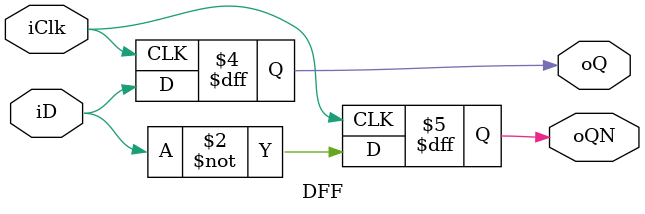
<source format=v>
module DFF(iClk, iD, oQ, oQN);
    input iClk, iD;
    output oQ, oQN;

    reg oQ, oQN;

    initial begin
        oQ = 0;
        oQN = 1;
    end // initial

    always @(posedge iClk) begin
        oQ <= iD;
        oQN <= ~iD;
    end // always

endmodule // module DFF

</source>
